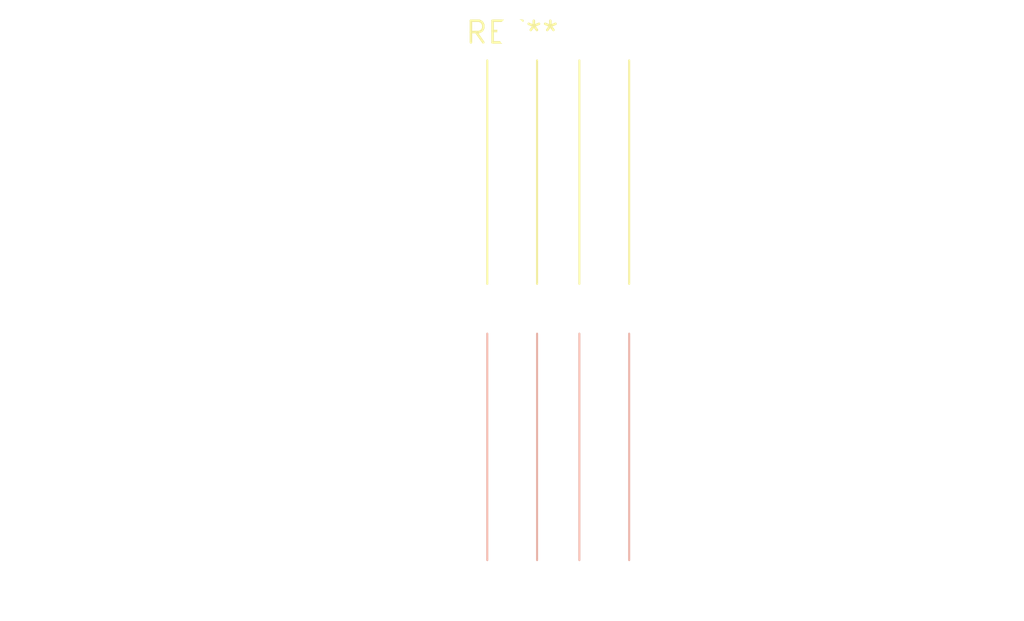
<source format=kicad_pcb>
(kicad_pcb (version 20240108) (generator pcbnew)
  (layers (0 "F.Cu" signal) (31 "B.Cu" signal) (34 "B.Paste" user) (35 "F.Paste" user) (36 "B.SilkS" user "B.Silkscreen") (37 "F.SilkS" user "F.Silkscreen") (38 "B.Mask" user) (39 "F.Mask" user) (44 "Edge.Cuts" user))
  (net 0 "")
  (footprint "SolderWire-1sqmm_1x02_P5.4mm_D1.4mm_OD2.7mm_Relief2x" (layer "F.Cu") (at 0 0)
    (property "Reference" "REF**")
    (property "Value" "SolderWire-1sqmm_1x02_P5.4mm_D1.4mm_OD2.7mm_Relief2x")
    (fp_line (start -1.46 17.66) (end -1.46 30.94) (layer "B.SilkS") (stroke (width 0.12)))
    (fp_line (start 1.46 17.66) (end 1.46 30.94) (layer "B.SilkS") (stroke (width 0.12)))
    (fp_line (start 3.94 17.66) (end 3.94 30.94) (layer "B.SilkS") (stroke (width 0.12)))
    (fp_line (start 6.86 17.66) (end 6.86 30.94) (layer "B.SilkS") (stroke (width 0.12)))
    (fp_line (start -1.46 1.635) (end -1.46 14.74) (layer "F.SilkS") (stroke (width 0.12)))
    (fp_line (start 1.46 1.635) (end 1.46 14.74) (layer "F.SilkS") (stroke (width 0.12)))
    (fp_line (start 3.94 1.635) (end 3.94 14.74) (layer "F.SilkS") (stroke (width 0.12)))
    (fp_line (start 6.86 1.635) (end 6.86 14.74) (layer "F.SilkS") (stroke (width 0.12)))
    (pad "" np_thru_hole circle (at 0 16.2) (size 3.2 3.2) (drill 3.2) (layers *.Cu *.Mask))
    (pad "" np_thru_hole circle (at 0 32.4) (size 3.2 3.2) (drill 3.2) (layers *.Cu *.Mask))
    (pad "" np_thru_hole circle (at 5.4 16.2) (size 3.2 3.2) (drill 3.2) (layers *.Cu *.Mask))
    (pad "" np_thru_hole circle (at 5.4 32.4) (size 3.2 3.2) (drill 3.2) (layers *.Cu *.Mask))
    (pad "1" thru_hole roundrect (at 0 0) (size 2.75 2.75) (drill 1.75) (layers *.Cu *.Mask) (remove_unused_layers) (roundrect_rratio 0.090909))
    (pad "2" thru_hole circle (at 5.4 0) (size 2.75 2.75) (drill 1.75) (layers *.Cu *.Mask) (remove_unused_layers))
  )
)
</source>
